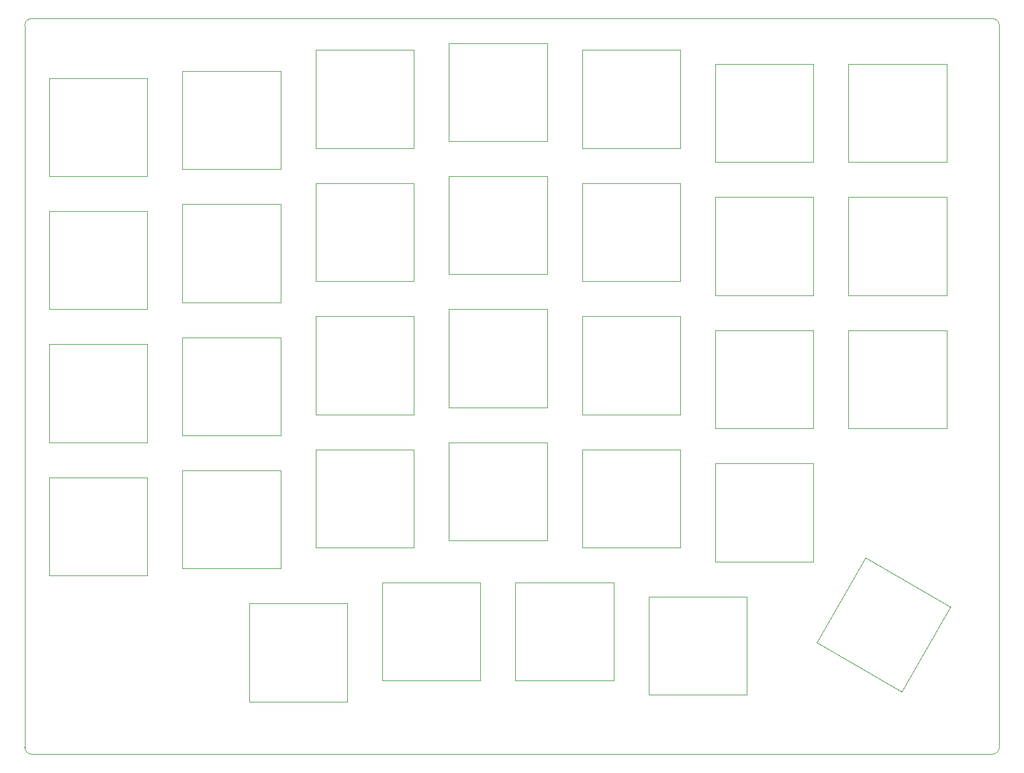
<source format=gbr>
%TF.GenerationSoftware,KiCad,Pcbnew,7.0.6*%
%TF.CreationDate,2023-09-02T14:35:45+09:00*%
%TF.ProjectId,ember_top_plate,656d6265-725f-4746-9f70-5f706c617465,rev?*%
%TF.SameCoordinates,Original*%
%TF.FileFunction,Profile,NP*%
%FSLAX46Y46*%
G04 Gerber Fmt 4.6, Leading zero omitted, Abs format (unit mm)*
G04 Created by KiCad (PCBNEW 7.0.6) date 2023-09-02 14:35:45*
%MOMM*%
%LPD*%
G01*
G04 APERTURE LIST*
%TA.AperFunction,Profile*%
%ADD10C,0.100000*%
%TD*%
G04 APERTURE END LIST*
D10*
X167500000Y-94500000D02*
X181500000Y-94500000D01*
X181500000Y-108500000D01*
X167500000Y-108500000D01*
X167500000Y-94500000D01*
X72500000Y-76500000D02*
X86500000Y-76500000D01*
X86500000Y-90500000D01*
X72500000Y-90500000D01*
X72500000Y-76500000D01*
X110500000Y-91500000D02*
X124500000Y-91500000D01*
X124500000Y-105500000D01*
X110500000Y-105500000D01*
X110500000Y-91500000D01*
X148500000Y-75500000D02*
X162500000Y-75500000D01*
X162500000Y-89500000D01*
X148500000Y-89500000D01*
X148500000Y-75500000D01*
X182062178Y-133937822D02*
X175062178Y-146062178D01*
X162937822Y-139062178D01*
X169937822Y-126937822D01*
X182062178Y-133937822D01*
X53500000Y-77500000D02*
X67500000Y-77500000D01*
X67500000Y-91500000D01*
X53500000Y-91500000D01*
X53500000Y-77500000D01*
X91500000Y-54500000D02*
X105500000Y-54500000D01*
X105500000Y-68500000D01*
X91500000Y-68500000D01*
X91500000Y-54500000D01*
X91500000Y-111500000D02*
X105500000Y-111500000D01*
X105500000Y-125500000D01*
X91500000Y-125500000D01*
X91500000Y-111500000D01*
X129500000Y-111500000D02*
X143500000Y-111500000D01*
X143500000Y-125500000D01*
X129500000Y-125500000D01*
X129500000Y-111500000D01*
X188000000Y-50000000D02*
X51000000Y-50000000D01*
X189000000Y-51000000D02*
G75*
G03*
X188000000Y-50000000I-1000000J0D01*
G01*
X167500000Y-56500000D02*
X181500000Y-56500000D01*
X181500000Y-70500000D01*
X167500000Y-70500000D01*
X167500000Y-56500000D01*
X110500000Y-72500000D02*
X124500000Y-72500000D01*
X124500000Y-86500000D01*
X110500000Y-86500000D01*
X110500000Y-72500000D01*
X120000000Y-130500000D02*
X134000000Y-130500000D01*
X134000000Y-144500000D01*
X120000000Y-144500000D01*
X120000000Y-130500000D01*
X148500000Y-56500000D02*
X162500000Y-56500000D01*
X162500000Y-70500000D01*
X148500000Y-70500000D01*
X148500000Y-56500000D01*
X72500000Y-57500000D02*
X86500000Y-57500000D01*
X86500000Y-71500000D01*
X72500000Y-71500000D01*
X72500000Y-57500000D01*
X139000000Y-132500000D02*
X153000000Y-132500000D01*
X153000000Y-146500000D01*
X139000000Y-146500000D01*
X139000000Y-132500000D01*
X148500000Y-113500000D02*
X162500000Y-113500000D01*
X162500000Y-127500000D01*
X148500000Y-127500000D01*
X148500000Y-113500000D01*
X50000000Y-51000000D02*
X50000000Y-154000000D01*
X72500000Y-95500000D02*
X86500000Y-95500000D01*
X86500000Y-109500000D01*
X72500000Y-109500000D01*
X72500000Y-95500000D01*
X188000000Y-155000000D02*
G75*
G03*
X189000000Y-154000000I0J1000000D01*
G01*
X91500000Y-73500000D02*
X105500000Y-73500000D01*
X105500000Y-87500000D01*
X91500000Y-87500000D01*
X91500000Y-73500000D01*
X110500000Y-53500000D02*
X124500000Y-53500000D01*
X124500000Y-67500000D01*
X110500000Y-67500000D01*
X110500000Y-53500000D01*
X50000000Y-154000000D02*
G75*
G03*
X51000000Y-155000000I1000000J0D01*
G01*
X53500000Y-58500000D02*
X67500000Y-58500000D01*
X67500000Y-72500000D01*
X53500000Y-72500000D01*
X53500000Y-58500000D01*
X148500000Y-94500000D02*
X162500000Y-94500000D01*
X162500000Y-108500000D01*
X148500000Y-108500000D01*
X148500000Y-94500000D01*
X91500000Y-92500000D02*
X105500000Y-92500000D01*
X105500000Y-106500000D01*
X91500000Y-106500000D01*
X91500000Y-92500000D01*
X53500000Y-96500000D02*
X67500000Y-96500000D01*
X67500000Y-110500000D01*
X53500000Y-110500000D01*
X53500000Y-96500000D01*
X82000000Y-133500000D02*
X96000000Y-133500000D01*
X96000000Y-147500000D01*
X82000000Y-147500000D01*
X82000000Y-133500000D01*
X188000000Y-155000000D02*
X51000000Y-155000000D01*
X129500000Y-92500000D02*
X143500000Y-92500000D01*
X143500000Y-106500000D01*
X129500000Y-106500000D01*
X129500000Y-92500000D01*
X110500000Y-110500000D02*
X124500000Y-110500000D01*
X124500000Y-124500000D01*
X110500000Y-124500000D01*
X110500000Y-110500000D01*
X189000000Y-154000000D02*
X189000000Y-51000000D01*
X167500000Y-75500000D02*
X181500000Y-75500000D01*
X181500000Y-89500000D01*
X167500000Y-89500000D01*
X167500000Y-75500000D01*
X101000000Y-130500000D02*
X115000000Y-130500000D01*
X115000000Y-144500000D01*
X101000000Y-144500000D01*
X101000000Y-130500000D01*
X53500000Y-115500000D02*
X67500000Y-115500000D01*
X67500000Y-129500000D01*
X53500000Y-129500000D01*
X53500000Y-115500000D01*
X129500000Y-54500000D02*
X143500000Y-54500000D01*
X143500000Y-68500000D01*
X129500000Y-68500000D01*
X129500000Y-54500000D01*
X51000000Y-50000000D02*
G75*
G03*
X50000000Y-51000000I0J-1000000D01*
G01*
X129500000Y-73500000D02*
X143500000Y-73500000D01*
X143500000Y-87500000D01*
X129500000Y-87500000D01*
X129500000Y-73500000D01*
X72500000Y-114500000D02*
X86500000Y-114500000D01*
X86500000Y-128500000D01*
X72500000Y-128500000D01*
X72500000Y-114500000D01*
M02*

</source>
